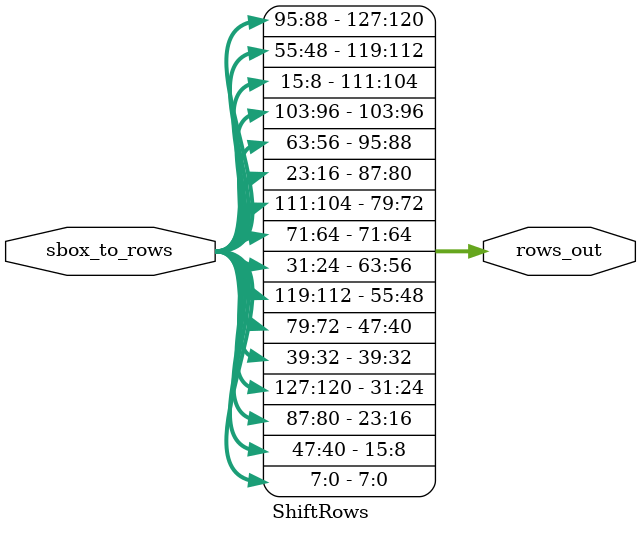
<source format=v>
module ShiftRows(sbox_to_rows, rows_out);

input[127:0] sbox_to_rows;
output[127:0] rows_out;

// move rows according to algorithm
assign rows_out[127:96] = {sbox_to_rows[95:88], sbox_to_rows[55:48], sbox_to_rows[15:8], sbox_to_rows[103:96]};
assign rows_out[95:64] = {sbox_to_rows[63:56], sbox_to_rows[23:16], sbox_to_rows[111:104], sbox_to_rows[71:64]};
assign rows_out[63:32] = {sbox_to_rows[31:24], sbox_to_rows[119:112], sbox_to_rows[79:72], sbox_to_rows[39:32]};
assign rows_out[31:0] = {sbox_to_rows[127:120], sbox_to_rows[87:80], sbox_to_rows[47:40], sbox_to_rows[7:0]};

endmodule

</source>
